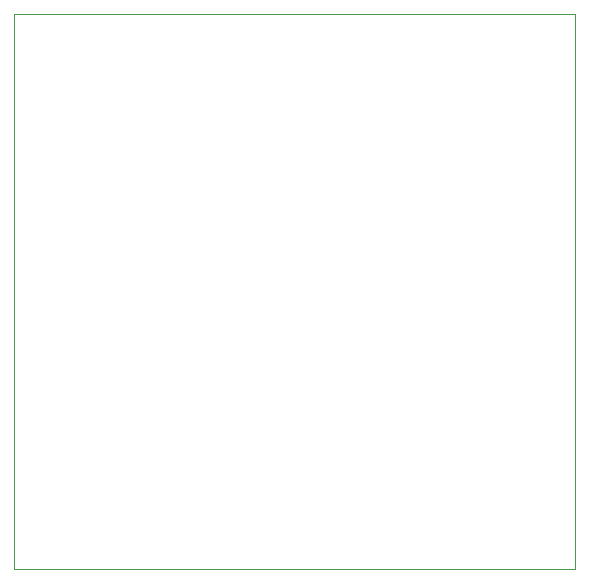
<source format=gbr>
%TF.GenerationSoftware,Altium Limited,Altium Designer,22.10.1 (41)*%
G04 Layer_Color=0*
%FSLAX45Y45*%
%MOMM*%
%TF.SameCoordinates,087233EE-98F5-4CDC-9370-A7D44EC71BE6*%
%TF.FilePolarity,Positive*%
%TF.FileFunction,Profile,NP*%
%TF.Part,Single*%
G01*
G75*
%TA.AperFunction,Profile*%
%ADD82C,0.02540*%
D82*
X0Y300000D02*
X4750000D01*
Y5000000D01*
X0D01*
Y300000D01*
%TF.MD5,fbac97998d5fcdf088cbdf4c095408b8*%
M02*

</source>
